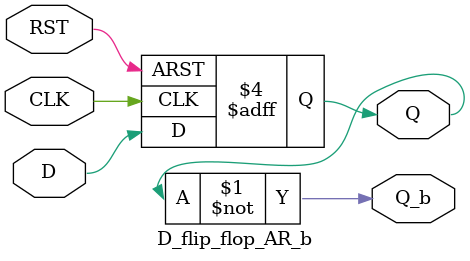
<source format=v>

module D_flip_flop (Q, D, CLK);
  output 	Q;
  input		D, CLK;
  reg 		Q;

  always @ (posedge CLK)	
    Q <= D;	 
endmodule

module D_flip_flop_b (Q, Q_b, D, CLK);
  output 	Q, Q_b;
  input		D, CLK;
  reg 		Q;
  assign Q_b = ~Q;

  always @ (posedge CLK)	
    Q <= D;	 
endmodule

// Description of D flip-flop
// with active-low asynchronous reset 

module D_flip_flop_AR (Q, D, CLK, RST);
  output 	Q;
  input		D, CLK, RST;
  reg 		Q;

  always @ (posedge CLK, negedge RST)	
    if (RST == 0) Q <= 1'b0;
    else Q <= D;	 
endmodule

module D_flip_flop_AR_b (Q, Q_b, D, CLK, RST);
  output 	Q, Q_b;
  input		D, CLK, RST;
  reg 		Q;
  assign		Q_b = ~Q;
  always @ (posedge CLK, negedge RST)	
    if (RST == 0) Q <= 1'b0;
    else Q <= D;	 
endmodule

/*
module t_D_flip_flops;
  wire 	Q, Q_AR;
  reg	D, CLK, RST;


  D_flip_flop M0 (Q, D, CLK);
  D_flip_flop_AR M1 (Q_AR, D, CLK, RST);

  initial #100 $finish;
  initial begin CLK = 0; forever #5 CLK = ~CLK; end
  initial fork
    D = 1;
    RST = 1;
    #20 D = 0;
    #40 D = 1;
    #50 D = 0;
    #60 D = 1;
    #70 D = 0;
    #90 D = 1;
    #42 RST = 0;
    #72 RST = 1;
  join
endmodule
*/

</source>
